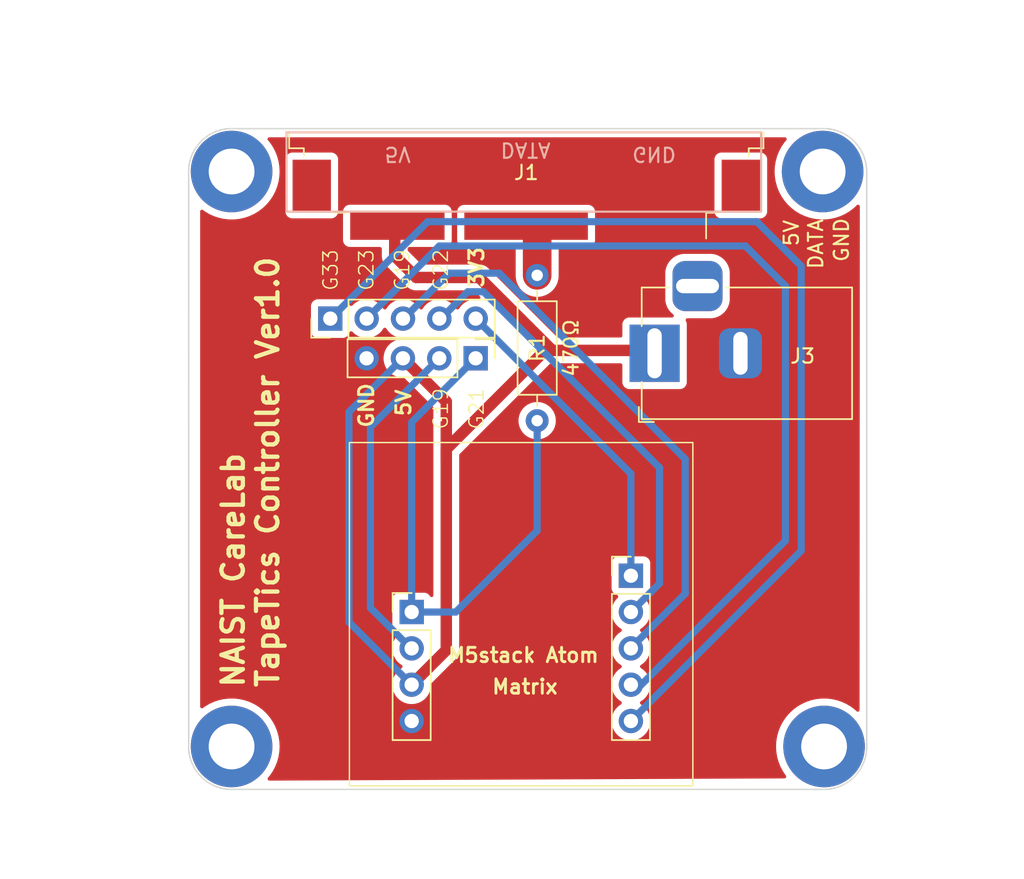
<source format=kicad_pcb>
(kicad_pcb (version 20221018) (generator pcbnew)
  (layers (0 "F.Cu" signal) (31 "B.Cu" signal) (34 "B.Paste" user) (35 "F.Paste" user) (36 "B.SilkS" user "B.Silkscreen") (37 "F.SilkS" user "F.Silkscreen") (38 "B.Mask" user) (39 "F.Mask" user) (44 "Edge.Cuts" user))
  (net 0 "")
  (net 1 "5V")
  (net 2 "GND")
  (net 3 "DIN")
  (net 4 "3V3")
  (net 5 "GPIO25")
  (net 6 "GPIO33")
  (net 7 "GPIO23")
  (net 8 "GPIO19")
  (net 9 "GPIO22")
  (net 10 "Data")
  (footprint "Connector_PinHeader_2.54mm:PinHeader_1x05_P2.54mm_Vertical" (layer "F.Cu") (at 44.895 40.0775 90)
    (fp_text reference "J4" hide)
    (fp_text value "Conn_01x05_Socket" hide)
    (fp_line (start -1.33 -1.33) (end 0 -1.33) (stroke (width 0.12)) (layer "F.SilkS"))
    (fp_line (start -1.33 0) (end -1.33 -1.33) (stroke (width 0.12)) (layer "F.SilkS"))
    (fp_line (start -1.33 1.27) (end -1.33 11.49) (stroke (width 0.12)) (layer "F.SilkS"))
    (fp_line (start -1.33 1.27) (end 1.33 1.27) (stroke (width 0.12)) (layer "F.SilkS"))
    (fp_line (start -1.33 11.49) (end 1.33 11.49) (stroke (width 0.12)) (layer "F.SilkS"))
    (fp_line (start 1.33 1.27) (end 1.33 11.49) (stroke (width 0.12)) (layer "F.SilkS"))
    (pad "1" thru_hole rect (at 0 0 90) (size 1.7 1.7) (drill 1) (layers "*.Cu" "*.Mask") (net 6 "GPIO33"))
    (pad "2" thru_hole oval (at 0 2.54 90) (size 1.7 1.7) (drill 1) (layers "*.Cu" "*.Mask") (net 7 "GPIO23"))
    (pad "3" thru_hole oval (at 0 5.08 90) (size 1.7 1.7) (drill 1) (layers "*.Cu" "*.Mask") (net 8 "GPIO19"))
    (pad "4" thru_hole oval (at 0 7.62 90) (size 1.7 1.7) (drill 1) (layers "*.Cu" "*.Mask") (net 9 "GPIO22"))
    (pad "5" thru_hole oval (at 0 10.16 90) (size 1.7 1.7) (drill 1) (layers "*.Cu" "*.Mask") (net 4 "3V3"))
  )
  (footprint "" (layer "F.Cu") (at 37.9975 29.7925)
    (fp_text reference "" (at 0 0) (layer "F.SilkS") (effects (font (size 1.27 1.27))))
    (fp_text value "" (at 0 0) (layer "F.SilkS") (effects (font (size 1.27 1.27))))
    (pad "1" thru_hole circle (at 0 0) (size 5.7 5.7) (drill 3.2) (layers "*.Cu" "*.Mask"))
  )
  (footprint "Connector_PinHeader_2.54mm:PinHeader_1x04_P2.54mm_Vertical" (layer "F.Cu") (at 55.05 42.8525 -90)
    (fp_text reference "J2" hide)
    (fp_text value "Conn_01x04_Socket" hide)
    (fp_line (start -1.33 -1.33) (end 0 -1.33) (stroke (width 0.12)) (layer "F.SilkS"))
    (fp_line (start -1.33 0) (end -1.33 -1.33) (stroke (width 0.12)) (layer "F.SilkS"))
    (fp_line (start -1.33 1.27) (end -1.33 8.95) (stroke (width 0.12)) (layer "F.SilkS"))
    (fp_line (start -1.33 1.27) (end 1.33 1.27) (stroke (width 0.12)) (layer "F.SilkS"))
    (fp_line (start -1.33 8.95) (end 1.33 8.95) (stroke (width 0.12)) (layer "F.SilkS"))
    (fp_line (start 1.33 1.27) (end 1.33 8.95) (stroke (width 0.12)) (layer "F.SilkS"))
    (pad "1" thru_hole rect (at 0 0 270) (size 1.7 1.7) (drill 1) (layers "*.Cu" "*.Mask") (net 10 "Data"))
    (pad "2" thru_hole oval (at 0 2.54 270) (size 1.7 1.7) (drill 1) (layers "*.Cu" "*.Mask") (net 5 "GPIO25"))
    (pad "3" thru_hole oval (at 0 5.08 270) (size 1.7 1.7) (drill 1) (layers "*.Cu" "*.Mask") (net 1 "5V"))
    (pad "4" thru_hole oval (at 0 7.62 270) (size 1.7 1.7) (drill 1) (layers "*.Cu" "*.Mask") (net 2 "GND"))
  )
  (footprint "" (layer "F.Cu") (at 37.9975 69.9925)
    (fp_text reference "" (at 0 0) (layer "F.SilkS") (effects (font (size 1.27 1.27))))
    (fp_text value "" (at 0 0) (layer "F.SilkS") (effects (font (size 1.27 1.27))))
    (pad "1" thru_hole circle (at 0 0) (size 5.7 5.7) (drill 3.2) (layers "*.Cu" "*.Mask"))
  )
  (footprint "Resistor_THT:R_Axial_DIN0207_L6.3mm_D2.5mm_P10.16mm_Horizontal" (layer "F.Cu") (at 59.35 47.2125 90)
    (fp_text reference "R1" hide)
    (fp_text value "470Ω" (at 5.08 2.37 90) (layer "F.SilkS"))
    (fp_text user "${REFERENCE}" (at 5.08 0 90) (layer "F.SilkS"))
    (fp_line (start 1.04 0) (end 1.81 0) (stroke (width 0.12)) (layer "F.SilkS"))
    (fp_line (start 1.81 -1.37) (end 1.81 1.37) (stroke (width 0.12)) (layer "F.SilkS"))
    (fp_line (start 1.81 1.37) (end 8.35 1.37) (stroke (width 0.12)) (layer "F.SilkS"))
    (fp_line (start 8.35 -1.37) (end 1.81 -1.37) (stroke (width 0.12)) (layer "F.SilkS"))
    (fp_line (start 8.35 1.37) (end 8.35 -1.37) (stroke (width 0.12)) (layer "F.SilkS"))
    (fp_line (start 9.12 0) (end 8.35 0) (stroke (width 0.12)) (layer "F.SilkS"))
    (pad "1" thru_hole circle (at 0 0 90) (size 1.6 1.6) (drill 0.8) (layers "*.Cu" "*.Mask") (net 10 "Data"))
    (pad "2" thru_hole oval (at 10.16 0 90) (size 1.6 1.6) (drill 0.8) (layers "*.Cu" "*.Mask") (net 3 "DIN"))
  )
  (footprint "1_My_custom_library:M5stackAtomMatrix" (layer "F.Cu") (at 46.22 48.7425)
    (fp_text reference "U1" hide)
    (fp_text value "~" hide)
    (fp_text user "G22" (at 6.98 -10.5425 90 unlocked) (layer "F.SilkS") (effects (font (thickness 0.1)) (justify left bottom)))
    (fp_text user "3V3" (at 9.48 -10.7425 90 unlocked) (layer "F.SilkS") (effects (font (thickness 0.2) bold) (justify left bottom)))
    (fp_text user "G33" (at -0.72 -10.5425 90 unlocked) (layer "F.SilkS") (effects (font (thickness 0.1)) (justify left bottom)))
    (fp_text user "G19" (at 6.98 -0.8425 90 unlocked) (layer "F.SilkS") (effects (font (thickness 0.1)) (justify left bottom)))
    (fp_text user "M5stack Atom" (at 6.8 15.45 unlocked) (layer "F.SilkS") (effects (font (thickness 0.2) bold) (justify left bottom)))
    (fp_text user "G23" (at 1.78 -10.5425 90 unlocked) (layer "F.SilkS") (effects (font (thickness 0.1)) (justify left bottom)))
    (fp_text user "G19" (at 4.28 -10.5425 90 unlocked) (layer "F.SilkS") (effects (font (thickness 0.1)) (justify left bottom)))
    (fp_text user "G21" (at 9.48 -0.8425 90 unlocked) (layer "F.SilkS") (effects (font (thickness 0.1)) (justify left bottom)))
    (fp_text user "GND" (at 1.78 -0.9425 90 unlocked) (layer "F.SilkS") (effects (font (thickness 0.2) bold) (justify left bottom)))
    (fp_text user "5V" (at 4.38 -1.7425 90 unlocked) (layer "F.SilkS") (effects (font (thickness 0.2) bold) (justify left bottom)))
    (fp_line (start 3.03 10.52) (end 4.36 10.52) (stroke (width 0.12)) (layer "F.SilkS"))
    (fp_line (start 3.03 11.85) (end 3.03 10.52) (stroke (width 0.12)) (layer "F.SilkS"))
    (fp_line (start 3.03 13.12) (end 3.03 20.8) (stroke (width 0.12)) (layer "F.SilkS"))
    (fp_line (start 3.03 13.12) (end 5.69 13.12) (stroke (width 0.12)) (layer "F.SilkS"))
    (fp_line (start 3.03 20.8) (end 5.69 20.8) (stroke (width 0.12)) (layer "F.SilkS"))
    (fp_line (start 5.69 13.12) (end 5.69 20.8) (stroke (width 0.12)) (layer "F.SilkS"))
    (fp_line (start 5.69 20.8) (end 3.03 20.8) (stroke (width 0.1)) (layer "F.SilkS"))
    (fp_line (start 18.35 7.98) (end 19.68 7.98) (stroke (width 0.12)) (layer "F.SilkS"))
    (fp_line (start 18.35 9.31) (end 18.35 7.98) (stroke (width 0.12)) (layer "F.SilkS"))
    (fp_line (start 18.35 10.58) (end 18.35 20.8) (stroke (width 0.12)) (layer "F.SilkS"))
    (fp_line (start 18.35 10.58) (end 21.01 10.58) (stroke (width 0.12)) (layer "F.SilkS"))
    (fp_line (start 18.35 20.8) (end 21.01 20.8) (stroke (width 0.12)) (layer "F.SilkS"))
    (fp_line (start 21.01 10.58) (end 21.01 20.8) (stroke (width 0.12)) (layer "F.SilkS"))
    (fp_rect (start 0.01 0) (end 24.01 24) (stroke (width 0.1)) (fill none) (layer "F.SilkS"))
    (pad "1" thru_hole rect (at 19.68 9.31) (size 1.7 1.7) (drill 1) (layers "*.Cu" "*.Mask") (net 4 "3V3"))
    (pad "2" thru_hole oval (at 19.68 11.85) (size 1.7 1.7) (drill 1) (layers "*.Cu" "*.Mask") (net 9 "GPIO22"))
    (pad "3" thru_hole oval (at 19.68 14.39) (size 1.7 1.7) (drill 1) (layers "*.Cu" "*.Mask") (net 8 "GPIO19"))
    (pad "4" thru_hole oval (at 19.68 16.93) (size 1.7 1.7) (drill 1) (layers "*.Cu" "*.Mask") (net 7 "GPIO23"))
    (pad "5" thru_hole oval (at 19.68 19.47) (size 1.7 1.7) (drill 1) (layers "*.Cu" "*.Mask") (net 6 "GPIO33"))
    (pad "6" thru_hole rect (at 4.36 11.85) (size 1.7 1.7) (drill 1) (layers "*.Cu" "*.Mask") (net 10 "Data"))
    (pad "7" thru_hole oval (at 4.36 14.39) (size 1.7 1.7) (drill 1) (layers "*.Cu" "*.Mask") (net 5 "GPIO25"))
    (pad "8" thru_hole oval (at 4.36 16.93) (size 1.7 1.7) (drill 1) (layers "*.Cu" "*.Mask") (net 1 "5V"))
    (pad "9" thru_hole oval (at 4.36 19.47) (size 1.7 1.7) (drill 1) (layers "*.Cu" "*.Mask") (net 2 "GND"))
  )
  (footprint "Connector_BarrelJack:BarrelJack_Horizontal" (layer "F.Cu") (at 67.555 42.5025 180)
    (fp_text reference "J3" hide)
    (fp_text value "Barrel_Jack_MountingPin" hide)
    (fp_text user "${REFERENCE}" (at -10.345 -0.1975 180) (layer "F.SilkS"))
    (fp_line (start -13.8 -4.6) (end 0.9 -4.6) (stroke (width 0.12)) (layer "F.SilkS"))
    (fp_line (start -13.8 4.6) (end -13.8 -4.6) (stroke (width 0.12)) (layer "F.SilkS"))
    (fp_line (start -5 4.6) (end -13.8 4.6) (stroke (width 0.12)) (layer "F.SilkS"))
    (fp_line (start 0.05 -4.8) (end 1.1 -4.8) (stroke (width 0.12)) (layer "F.SilkS"))
    (fp_line (start 0.9 -4.6) (end 0.9 -2) (stroke (width 0.12)) (layer "F.SilkS"))
    (fp_line (start 0.9 1.9) (end 0.9 4.6) (stroke (width 0.12)) (layer "F.SilkS"))
    (fp_line (start 0.9 4.6) (end -1 4.6) (stroke (width 0.12)) (layer "F.SilkS"))
    (fp_line (start 1.1 -3.75) (end 1.1 -4.8) (stroke (width 0.12)) (layer "F.SilkS"))
    (pad "1" thru_hole rect (at 0 0 180) (size 3.5 4) (drill oval 1 3.5) (layers "*.Cu" "*.Mask") (net 1 "5V"))
    (pad "2" thru_hole roundrect (at -6 0 180) (size 3 3.5) (drill oval 1 3) (layers "*.Cu" "*.Mask") (net 2 "GND"))
    (pad "3" thru_hole roundrect (at -3 4.7 180) (size 3.5 3.5) (drill oval 3 1) (layers "*.Cu" "*.Mask"))
  )
  (footprint "" (layer "F.Cu") (at 79.2975 29.7925)
    (fp_text reference "" (at 0 0) (layer "F.SilkS") (effects (font (size 1.27 1.27))))
    (fp_text value "" (at 0 0) (layer "F.SilkS") (effects (font (size 1.27 1.27))))
    (pad "1" thru_hole circle (at 0 0) (size 5.7 5.7) (drill 3.2) (layers "*.Cu" "*.Mask"))
  )
  (footprint "" (layer "F.Cu") (at 79.3975 69.9925)
    (fp_text reference "" (at 0 0) (layer "F.SilkS") (effects (font (size 1.27 1.27))))
    (fp_text value "" (at 0 0) (layer "F.SilkS") (effects (font (size 1.27 1.27))))
    (pad "1" thru_hole circle (at 0 0) (size 5.7 5.7) (drill 3.2) (layers "*.Cu" "*.Mask"))
  )
  (footprint "1_My_custom_library:TapeTIcsConnector" (layer "F.Cu") (at 58.61 29.8775 180)
    (fp_text reference "J1" hide)
    (fp_text value "Conn_01x03_Pin" hide)
    (fp_text user "${REFERENCE}" (at 0.02 0.01) (layer "F.SilkS"))
    (fp_line (start -16.55 1.71) (end -15.525 1.71) (stroke (width 0.12)) (layer "F.SilkS"))
    (fp_line (start -16.55 2.82) (end -16.55 1.71) (stroke (width 0.12)) (layer "F.SilkS"))
    (fp_line (start -15.525 1.71) (end -15.525 1.17) (stroke (width 0.12)) (layer "F.SilkS"))
    (fp_line (start -13.37 -2.8) (end -12.545 -2.8) (stroke (width 0.12)) (layer "F.SilkS"))
    (fp_line (start -12.545 -2.8) (end -12.545 -4.6) (stroke (width 0.12)) (layer "F.SilkS"))
    (fp_line (start 12.585 -2.8) (end 13.41 -2.8) (stroke (width 0.12)) (layer "F.SilkS"))
    (fp_line (start 15.565 1.17) (end 15.565 1.71) (stroke (width 0.12)) (layer "F.SilkS"))
    (fp_line (start 15.565 1.71) (end 16.59 1.71) (stroke (width 0.12)) (layer "F.SilkS"))
    (fp_line (start 16.59 1.71) (end 16.59 2.82) (stroke (width 0.12)) (layer "F.SilkS"))
    (fp_line (start 16.59 2.82) (end -16.55 2.82) (stroke (width 0.12)) (layer "F.SilkS"))
    (pad "1" smd rect (at -9.0525 -3.69 180) (size 6.755 2) (layers "F.Cu" "F.Paste" "F.Mask") (net 2 "GND"))
    (pad "2" smd rect (at 0.0325 -3.72 180) (size 8.635 1.94) (layers "F.Cu" "F.Paste" "F.Mask") (net 3 "DIN"))
    (pad "3" smd rect (at 9.0275 -3.715 180) (size 6.595 1.95) (layers "F.Cu" "F.Paste" "F.Mask") (net 1 "5V"))
    (pad "MP" smd rect (at -14.97 -0.89 180) (size 2.68 3.6) (layers "F.Cu" "F.Paste" "F.Mask"))
    (pad "MP" smd rect (at 15.01 -0.89 180) (size 2.68 3.6) (layers "F.Cu" "F.Paste" "F.Mask"))
  )
  (gr_rect (start 41.835 27.0575) (end 75 32.6) (stroke (width 0.15)) (fill none) (layer "B.SilkS"))
  (gr_arc (start 82.37618 69.8925) (mid 81.498955 72.115461) (end 79.276204 72.993215) (stroke (width 0.1)) (layer "Edge.Cuts"))
  (gr_line (start 37.91882 72.9925) (end 79.276204 72.993215) (stroke (width 0.1)) (layer "Edge.Cuts"))
  (gr_line (start 82.37618 69.8925) (end 82.37618 29.81382) (stroke (width 0.1)) (layer "Edge.Cuts"))
  (gr_arc (start 79.453206 26.7925) (mid 81.525839 27.711907) (end 82.37618 29.81382) (stroke (width 0.1)) (layer "Edge.Cuts"))
  (gr_line (start 79.453206 26.7925) (end 37.9975 26.7925) (stroke (width 0.1)) (layer "Edge.Cuts"))
  (gr_arc (start 34.9975 29.7925) (mid 35.87618 27.67118) (end 37.9975 26.7925) (stroke (width 0.1)) (layer "Edge.Cuts"))
  (gr_line (start 34.9975 29.7925) (end 34.999725 69.814813) (stroke (width 0.1)) (layer "Edge.Cuts"))
  (gr_arc (start 37.91882 72.9925) (mid 35.786714 72.021484) (end 34.999725 69.814813) (stroke (width 0.1)) (layer "Edge.Cuts"))
  (gr_text "5V" (at 48.6 28 180) (layer "B.SilkS") (effects (font (size 1 1)) (justify left bottom mirror)))
  (gr_text "GND\n" (at 65.9 28 180) (layer "B.SilkS") (effects (font (size 1 1)) (justify left bottom mirror)))
  (gr_text "DATA" (at 56.7 27.7 180) (layer "B.SilkS") (effects (font (size 1 1)) (justify left bottom mirror)))
  (gr_text "Matrix" (at 56.1 66.4) (layer "F.SilkS") (effects (font (size 1 1) (thickness 0.2) bold) (justify left bottom)))
  (gr_text "GND\n" (at 81.2 36.2 90) (layer "F.SilkS") (effects (font (size 1 1)) (justify left bottom)))
  (gr_text "DATA" (at 79.4 36.7 90) (layer "F.SilkS") (effects (font (size 1 1)) (justify left bottom)))
  (gr_text "5V" (at 77.7 35.1 90) (layer "F.SilkS") (effects (font (size 1 1)) (justify left bottom)))
  (gr_text "NAIST CareLab\nTapeTics Controller Ver1.0\n" (at 41.4 66 90) (layer "F.SilkS") (effects (font (size 1.5 1.5) (thickness 0.3) bold) (justify left bottom)))
  (segment (start 55.3 37.2) (end 60.4 42.3) (width 0.8) (layer "F.Cu") (net 1))
  (segment (start 53 63.2525) (end 53 45.8825) (width 0.8) (layer "F.Cu") (net 1))
  (segment (start 53 45.8825) (end 51.27 44.1525) (width 0.8) (layer "F.Cu") (net 1))
  (segment (start 50.9 37.2) (end 55.3 37.2) (width 0.8) (layer "F.Cu") (net 1))
  (segment (start 53 49.2) (end 59.9 42.3) (width 0.8) (layer "F.Cu") (net 1))
  (segment (start 67.3525 42.3) (end 67.555 42.5025) (width 0.8) (layer "F.Cu") (net 1))
  (segment (start 50.58 65.6725) (end 53 63.2525) (width 0.8) (layer "F.Cu") (net 1))
  (segment (start 49.3975 35.6975) (end 50.9 37.2) (width 0.8) (layer "F.Cu") (net 1))
  (segment (start 49.3975 33.5925) (end 49.3975 35.6975) (width 0.8) (layer "F.Cu") (net 1))
  (segment (start 49.97 42.8525) (end 51.27 44.1525) (width 0.8) (layer "F.Cu") (net 1))
  (segment (start 59.9 42.3) (end 67.3525 42.3) (width 0.8) (layer "F.Cu") (net 1))
  (segment (start 53 50) (end 53 49.2) (width 0.8) (layer "F.Cu") (net 1))
  (segment (start 49.97 42.8525) (end 49.95 42.8525) (width 0.5) (layer "B.Cu") (net 1))
  (segment (start 46.2 46.6025) (end 46.2 61.3) (width 0.5) (layer "B.Cu") (net 1))
  (segment (start 46.2 61.3) (end 50.5725 65.6725) (width 0.5) (layer "B.Cu") (net 1))
  (segment (start 50.5725 65.6725) (end 50.58 65.6725) (width 0.5) (layer "B.Cu") (net 1))
  (segment (start 49.95 42.8525) (end 46.2 46.6025) (width 0.5) (layer "B.Cu") (net 1))
  (segment (start 73.8925 42.4175) (end 73.9425 42.4175) (width 0.5) (layer "F.Cu") (net 2))
  (segment (start 50.58 68.2125) (end 50.99 68.2125) (width 0.5) (layer "F.Cu") (net 2))
  (segment (start 47.43 42.8525) (end 47.25 43.0325) (width 0.5) (layer "B.Cu") (net 2))
  (segment (start 59.35 34.555) (end 58.3925 33.5975) (width 0.25) (layer "F.Cu") (net 3))
  (segment (start 59.35 37.0525) (end 59.35 34.555) (width 2) (layer "F.Cu") (net 3))
  (segment (start 55.055 40.0775) (end 65.88 50.9025) (width 0.5) (layer "B.Cu") (net 4))
  (segment (start 65.88 50.9025) (end 65.9 50.9025) (width 0.5) (layer "B.Cu") (net 4))
  (segment (start 65.9 50.9025) (end 65.9 58.0525) (width 0.5) (layer "B.Cu") (net 4))
  (segment (start 50.58 63.1325) (end 50.5325 63.1325) (width 0.5) (layer "B.Cu") (net 5))
  (segment (start 47.7 60.3) (end 47.7 47.6625) (width 0.5) (layer "B.Cu") (net 5))
  (segment (start 50.5325 63.1325) (end 47.7 60.3) (width 0.5) (layer "B.Cu") (net 5))
  (segment (start 47.7 47.6625) (end 52.51 42.8525) (width 0.5) (layer "B.Cu") (net 5))
  (segment (start 44.895 40.0775) (end 44.9225 40.0775) (width 0.5) (layer "B.Cu") (net 6))
  (segment (start 44.9225 40.0775) (end 51.7 33.3) (width 0.5) (layer "B.Cu") (net 6))
  (segment (start 77.8 36.4) (end 77.8 56.3125) (width 0.5) (layer "B.Cu") (net 6))
  (segment (start 74.7 33.3) (end 77.8 36.4) (width 0.5) (layer "B.Cu") (net 6))
  (segment (start 51.7 33.3) (end 74.7 33.3) (width 0.5) (layer "B.Cu") (net 6))
  (segment (start 77.8 56.3125) (end 65.9 68.2125) (width 0.5) (layer "B.Cu") (net 6))
  (segment (start 76.7 55.6) (end 76.7 37.8) (width 0.5) (layer "B.Cu") (net 7))
  (segment (start 76.7 37.8) (end 73.9 35) (width 0.5) (layer "B.Cu") (net 7))
  (segment (start 65.9 65.6725) (end 66.6275 65.6725) (width 0.5) (layer "B.Cu") (net 7))
  (segment (start 66.6275 65.6725) (end 76.7 55.6) (width 0.5) (layer "B.Cu") (net 7))
  (segment (start 73.9 35) (end 52.5125 35) (width 0.5) (layer "B.Cu") (net 7))
  (segment (start 52.5125 35) (end 47.435 40.0775) (width 0.5) (layer "B.Cu") (net 7))
  (segment (start 56.7 36.9) (end 69.7 49.9) (width 0.5) (layer "B.Cu") (net 8))
  (segment (start 69.7 59.3) (end 65.9 63.1) (width 0.5) (layer "B.Cu") (net 8))
  (segment (start 65.9 63.1) (end 65.9 63.1325) (width 0.5) (layer "B.Cu") (net 8))
  (segment (start 50.0225 40.0775) (end 53.2 36.9) (width 0.5) (layer "B.Cu") (net 8))
  (segment (start 53.2 36.9) (end 56.7 36.9) (width 0.5) (layer "B.Cu") (net 8))
  (segment (start 49.975 40.0775) (end 50.0225 40.0775) (width 0.5) (layer "B.Cu") (net 8))
  (segment (start 69.7 49.9) (end 69.7 59.3) (width 0.5) (layer "B.Cu") (net 8))
  (segment (start 65.9 60.5925) (end 67.9 58.5925) (width 0.5) (layer "B.Cu") (net 9))
  (segment (start 54.5 38.2) (end 52.6225 40.0775) (width 0.5) (layer "B.Cu") (net 9))
  (segment (start 55.6 38.2) (end 54.5 38.2) (width 0.5) (layer "B.Cu") (net 9))
  (segment (start 67.9 50.5) (end 55.6 38.2) (width 0.5) (layer "B.Cu") (net 9))
  (segment (start 67.9 58.5925) (end 67.9 50.5) (width 0.5) (layer "B.Cu") (net 9))
  (segment (start 52.6225 40.0775) (end 52.515 40.0775) (width 0.5) (layer "B.Cu") (net 9))
  (segment (start 50.58 60.5925) (end 50.58 47.3225) (width 0.5) (layer "B.Cu") (net 10))
  (segment (start 50.58 47.3225) (end 55.05 42.8525) (width 0.5) (layer "B.Cu") (net 10))
  (segment (start 50.58 60.5925) (end 53.66 60.5925) (width 0.5) (layer "B.Cu") (net 10))
  (segment (start 53.66 60.5925) (end 59.35 54.9025) (width 0.5) (layer "B.Cu") (net 10))
  (segment (start 59.35 47.2125) (end 59.35 54.9025) (width 0.5) (layer "B.Cu") (net 10))
  (segment (start 50.55 60.5625) (end 50.58 60.5925) (width 0.5) (layer "B.Cu") (net 10))
  (zone (net 2) (net_name "GND") (layer "F.Cu") (connect_pads yes (clearance 0.5)) (min_thickness 0.25) (fill yes (thermal_gap 0.5) (thermal_bridge_width 0.5))
    (polygon (pts (xy 81.899948 27.4) (xy 81.875803 72.201294) (xy 35.8 72.4) (xy 35.8 27.4)))
  )
)
</source>
